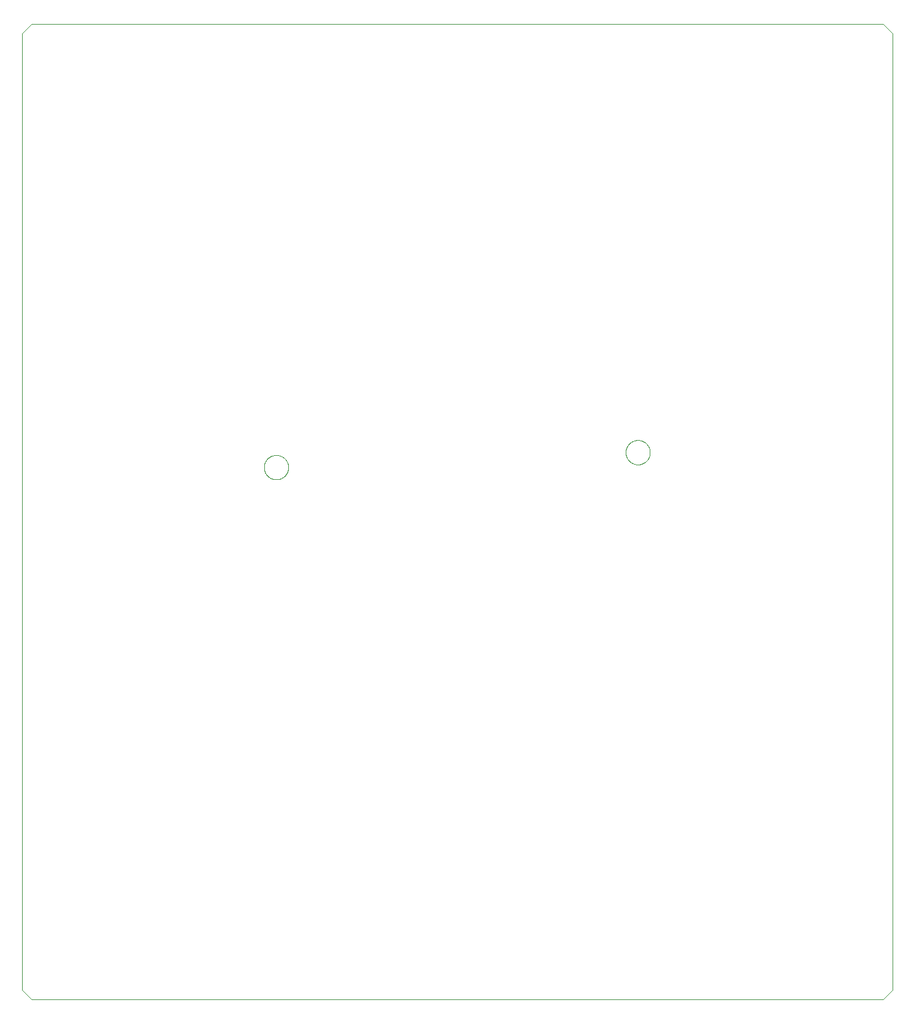
<source format=gko>
G75*
%MOIN*%
%OFA0B0*%
%FSLAX25Y25*%
%IPPOS*%
%LPD*%
%AMOC8*
5,1,8,0,0,1.08239X$1,22.5*
%
%ADD10C,0.00000*%
D10*
X0171500Y0121500D02*
X0176500Y0116500D01*
X0626500Y0116500D01*
X0631500Y0121500D01*
X0631500Y0626500D01*
X0626500Y0631500D01*
X0176500Y0631500D01*
X0171500Y0626500D01*
X0171500Y0121500D01*
X0299516Y0397563D02*
X0299518Y0397723D01*
X0299524Y0397883D01*
X0299534Y0398043D01*
X0299548Y0398203D01*
X0299566Y0398362D01*
X0299588Y0398521D01*
X0299614Y0398679D01*
X0299643Y0398836D01*
X0299677Y0398993D01*
X0299715Y0399148D01*
X0299756Y0399303D01*
X0299801Y0399457D01*
X0299851Y0399609D01*
X0299903Y0399760D01*
X0299960Y0399910D01*
X0300021Y0400059D01*
X0300085Y0400206D01*
X0300152Y0400351D01*
X0300224Y0400494D01*
X0300298Y0400636D01*
X0300377Y0400776D01*
X0300459Y0400913D01*
X0300544Y0401049D01*
X0300632Y0401182D01*
X0300724Y0401314D01*
X0300819Y0401442D01*
X0300918Y0401569D01*
X0301019Y0401693D01*
X0301124Y0401814D01*
X0301231Y0401933D01*
X0301342Y0402049D01*
X0301455Y0402162D01*
X0301571Y0402273D01*
X0301690Y0402380D01*
X0301811Y0402485D01*
X0301935Y0402586D01*
X0302062Y0402685D01*
X0302190Y0402780D01*
X0302322Y0402872D01*
X0302455Y0402960D01*
X0302591Y0403045D01*
X0302729Y0403127D01*
X0302868Y0403206D01*
X0303010Y0403280D01*
X0303153Y0403352D01*
X0303298Y0403419D01*
X0303445Y0403483D01*
X0303594Y0403544D01*
X0303744Y0403601D01*
X0303895Y0403653D01*
X0304047Y0403703D01*
X0304201Y0403748D01*
X0304356Y0403789D01*
X0304511Y0403827D01*
X0304668Y0403861D01*
X0304825Y0403890D01*
X0304983Y0403916D01*
X0305142Y0403938D01*
X0305301Y0403956D01*
X0305461Y0403970D01*
X0305621Y0403980D01*
X0305781Y0403986D01*
X0305941Y0403988D01*
X0306101Y0403986D01*
X0306261Y0403980D01*
X0306421Y0403970D01*
X0306581Y0403956D01*
X0306740Y0403938D01*
X0306899Y0403916D01*
X0307057Y0403890D01*
X0307214Y0403861D01*
X0307371Y0403827D01*
X0307526Y0403789D01*
X0307681Y0403748D01*
X0307835Y0403703D01*
X0307987Y0403653D01*
X0308138Y0403601D01*
X0308288Y0403544D01*
X0308437Y0403483D01*
X0308584Y0403419D01*
X0308729Y0403352D01*
X0308872Y0403280D01*
X0309014Y0403206D01*
X0309154Y0403127D01*
X0309291Y0403045D01*
X0309427Y0402960D01*
X0309560Y0402872D01*
X0309692Y0402780D01*
X0309820Y0402685D01*
X0309947Y0402586D01*
X0310071Y0402485D01*
X0310192Y0402380D01*
X0310311Y0402273D01*
X0310427Y0402162D01*
X0310540Y0402049D01*
X0310651Y0401933D01*
X0310758Y0401814D01*
X0310863Y0401693D01*
X0310964Y0401569D01*
X0311063Y0401442D01*
X0311158Y0401314D01*
X0311250Y0401182D01*
X0311338Y0401049D01*
X0311423Y0400913D01*
X0311505Y0400775D01*
X0311584Y0400636D01*
X0311658Y0400494D01*
X0311730Y0400351D01*
X0311797Y0400206D01*
X0311861Y0400059D01*
X0311922Y0399910D01*
X0311979Y0399760D01*
X0312031Y0399609D01*
X0312081Y0399457D01*
X0312126Y0399303D01*
X0312167Y0399148D01*
X0312205Y0398993D01*
X0312239Y0398836D01*
X0312268Y0398679D01*
X0312294Y0398521D01*
X0312316Y0398362D01*
X0312334Y0398203D01*
X0312348Y0398043D01*
X0312358Y0397883D01*
X0312364Y0397723D01*
X0312366Y0397563D01*
X0312364Y0397403D01*
X0312358Y0397243D01*
X0312348Y0397083D01*
X0312334Y0396923D01*
X0312316Y0396764D01*
X0312294Y0396605D01*
X0312268Y0396447D01*
X0312239Y0396290D01*
X0312205Y0396133D01*
X0312167Y0395978D01*
X0312126Y0395823D01*
X0312081Y0395669D01*
X0312031Y0395517D01*
X0311979Y0395366D01*
X0311922Y0395216D01*
X0311861Y0395067D01*
X0311797Y0394920D01*
X0311730Y0394775D01*
X0311658Y0394632D01*
X0311584Y0394490D01*
X0311505Y0394350D01*
X0311423Y0394213D01*
X0311338Y0394077D01*
X0311250Y0393944D01*
X0311158Y0393812D01*
X0311063Y0393684D01*
X0310964Y0393557D01*
X0310863Y0393433D01*
X0310758Y0393312D01*
X0310651Y0393193D01*
X0310540Y0393077D01*
X0310427Y0392964D01*
X0310311Y0392853D01*
X0310192Y0392746D01*
X0310071Y0392641D01*
X0309947Y0392540D01*
X0309820Y0392441D01*
X0309692Y0392346D01*
X0309560Y0392254D01*
X0309427Y0392166D01*
X0309291Y0392081D01*
X0309153Y0391999D01*
X0309014Y0391920D01*
X0308872Y0391846D01*
X0308729Y0391774D01*
X0308584Y0391707D01*
X0308437Y0391643D01*
X0308288Y0391582D01*
X0308138Y0391525D01*
X0307987Y0391473D01*
X0307835Y0391423D01*
X0307681Y0391378D01*
X0307526Y0391337D01*
X0307371Y0391299D01*
X0307214Y0391265D01*
X0307057Y0391236D01*
X0306899Y0391210D01*
X0306740Y0391188D01*
X0306581Y0391170D01*
X0306421Y0391156D01*
X0306261Y0391146D01*
X0306101Y0391140D01*
X0305941Y0391138D01*
X0305781Y0391140D01*
X0305621Y0391146D01*
X0305461Y0391156D01*
X0305301Y0391170D01*
X0305142Y0391188D01*
X0304983Y0391210D01*
X0304825Y0391236D01*
X0304668Y0391265D01*
X0304511Y0391299D01*
X0304356Y0391337D01*
X0304201Y0391378D01*
X0304047Y0391423D01*
X0303895Y0391473D01*
X0303744Y0391525D01*
X0303594Y0391582D01*
X0303445Y0391643D01*
X0303298Y0391707D01*
X0303153Y0391774D01*
X0303010Y0391846D01*
X0302868Y0391920D01*
X0302728Y0391999D01*
X0302591Y0392081D01*
X0302455Y0392166D01*
X0302322Y0392254D01*
X0302190Y0392346D01*
X0302062Y0392441D01*
X0301935Y0392540D01*
X0301811Y0392641D01*
X0301690Y0392746D01*
X0301571Y0392853D01*
X0301455Y0392964D01*
X0301342Y0393077D01*
X0301231Y0393193D01*
X0301124Y0393312D01*
X0301019Y0393433D01*
X0300918Y0393557D01*
X0300819Y0393684D01*
X0300724Y0393812D01*
X0300632Y0393944D01*
X0300544Y0394077D01*
X0300459Y0394213D01*
X0300377Y0394351D01*
X0300298Y0394490D01*
X0300224Y0394632D01*
X0300152Y0394775D01*
X0300085Y0394920D01*
X0300021Y0395067D01*
X0299960Y0395216D01*
X0299903Y0395366D01*
X0299851Y0395517D01*
X0299801Y0395669D01*
X0299756Y0395823D01*
X0299715Y0395978D01*
X0299677Y0396133D01*
X0299643Y0396290D01*
X0299614Y0396447D01*
X0299588Y0396605D01*
X0299566Y0396764D01*
X0299548Y0396923D01*
X0299534Y0397083D01*
X0299524Y0397243D01*
X0299518Y0397403D01*
X0299516Y0397563D01*
X0490634Y0405437D02*
X0490636Y0405597D01*
X0490642Y0405757D01*
X0490652Y0405917D01*
X0490666Y0406077D01*
X0490684Y0406236D01*
X0490706Y0406395D01*
X0490732Y0406553D01*
X0490761Y0406710D01*
X0490795Y0406867D01*
X0490833Y0407022D01*
X0490874Y0407177D01*
X0490919Y0407331D01*
X0490969Y0407483D01*
X0491021Y0407634D01*
X0491078Y0407784D01*
X0491139Y0407933D01*
X0491203Y0408080D01*
X0491270Y0408225D01*
X0491342Y0408368D01*
X0491416Y0408510D01*
X0491495Y0408650D01*
X0491577Y0408787D01*
X0491662Y0408923D01*
X0491750Y0409056D01*
X0491842Y0409188D01*
X0491937Y0409316D01*
X0492036Y0409443D01*
X0492137Y0409567D01*
X0492242Y0409688D01*
X0492349Y0409807D01*
X0492460Y0409923D01*
X0492573Y0410036D01*
X0492689Y0410147D01*
X0492808Y0410254D01*
X0492929Y0410359D01*
X0493053Y0410460D01*
X0493180Y0410559D01*
X0493308Y0410654D01*
X0493440Y0410746D01*
X0493573Y0410834D01*
X0493709Y0410919D01*
X0493847Y0411001D01*
X0493986Y0411080D01*
X0494128Y0411154D01*
X0494271Y0411226D01*
X0494416Y0411293D01*
X0494563Y0411357D01*
X0494712Y0411418D01*
X0494862Y0411475D01*
X0495013Y0411527D01*
X0495165Y0411577D01*
X0495319Y0411622D01*
X0495474Y0411663D01*
X0495629Y0411701D01*
X0495786Y0411735D01*
X0495943Y0411764D01*
X0496101Y0411790D01*
X0496260Y0411812D01*
X0496419Y0411830D01*
X0496579Y0411844D01*
X0496739Y0411854D01*
X0496899Y0411860D01*
X0497059Y0411862D01*
X0497219Y0411860D01*
X0497379Y0411854D01*
X0497539Y0411844D01*
X0497699Y0411830D01*
X0497858Y0411812D01*
X0498017Y0411790D01*
X0498175Y0411764D01*
X0498332Y0411735D01*
X0498489Y0411701D01*
X0498644Y0411663D01*
X0498799Y0411622D01*
X0498953Y0411577D01*
X0499105Y0411527D01*
X0499256Y0411475D01*
X0499406Y0411418D01*
X0499555Y0411357D01*
X0499702Y0411293D01*
X0499847Y0411226D01*
X0499990Y0411154D01*
X0500132Y0411080D01*
X0500272Y0411001D01*
X0500409Y0410919D01*
X0500545Y0410834D01*
X0500678Y0410746D01*
X0500810Y0410654D01*
X0500938Y0410559D01*
X0501065Y0410460D01*
X0501189Y0410359D01*
X0501310Y0410254D01*
X0501429Y0410147D01*
X0501545Y0410036D01*
X0501658Y0409923D01*
X0501769Y0409807D01*
X0501876Y0409688D01*
X0501981Y0409567D01*
X0502082Y0409443D01*
X0502181Y0409316D01*
X0502276Y0409188D01*
X0502368Y0409056D01*
X0502456Y0408923D01*
X0502541Y0408787D01*
X0502623Y0408649D01*
X0502702Y0408510D01*
X0502776Y0408368D01*
X0502848Y0408225D01*
X0502915Y0408080D01*
X0502979Y0407933D01*
X0503040Y0407784D01*
X0503097Y0407634D01*
X0503149Y0407483D01*
X0503199Y0407331D01*
X0503244Y0407177D01*
X0503285Y0407022D01*
X0503323Y0406867D01*
X0503357Y0406710D01*
X0503386Y0406553D01*
X0503412Y0406395D01*
X0503434Y0406236D01*
X0503452Y0406077D01*
X0503466Y0405917D01*
X0503476Y0405757D01*
X0503482Y0405597D01*
X0503484Y0405437D01*
X0503482Y0405277D01*
X0503476Y0405117D01*
X0503466Y0404957D01*
X0503452Y0404797D01*
X0503434Y0404638D01*
X0503412Y0404479D01*
X0503386Y0404321D01*
X0503357Y0404164D01*
X0503323Y0404007D01*
X0503285Y0403852D01*
X0503244Y0403697D01*
X0503199Y0403543D01*
X0503149Y0403391D01*
X0503097Y0403240D01*
X0503040Y0403090D01*
X0502979Y0402941D01*
X0502915Y0402794D01*
X0502848Y0402649D01*
X0502776Y0402506D01*
X0502702Y0402364D01*
X0502623Y0402224D01*
X0502541Y0402087D01*
X0502456Y0401951D01*
X0502368Y0401818D01*
X0502276Y0401686D01*
X0502181Y0401558D01*
X0502082Y0401431D01*
X0501981Y0401307D01*
X0501876Y0401186D01*
X0501769Y0401067D01*
X0501658Y0400951D01*
X0501545Y0400838D01*
X0501429Y0400727D01*
X0501310Y0400620D01*
X0501189Y0400515D01*
X0501065Y0400414D01*
X0500938Y0400315D01*
X0500810Y0400220D01*
X0500678Y0400128D01*
X0500545Y0400040D01*
X0500409Y0399955D01*
X0500271Y0399873D01*
X0500132Y0399794D01*
X0499990Y0399720D01*
X0499847Y0399648D01*
X0499702Y0399581D01*
X0499555Y0399517D01*
X0499406Y0399456D01*
X0499256Y0399399D01*
X0499105Y0399347D01*
X0498953Y0399297D01*
X0498799Y0399252D01*
X0498644Y0399211D01*
X0498489Y0399173D01*
X0498332Y0399139D01*
X0498175Y0399110D01*
X0498017Y0399084D01*
X0497858Y0399062D01*
X0497699Y0399044D01*
X0497539Y0399030D01*
X0497379Y0399020D01*
X0497219Y0399014D01*
X0497059Y0399012D01*
X0496899Y0399014D01*
X0496739Y0399020D01*
X0496579Y0399030D01*
X0496419Y0399044D01*
X0496260Y0399062D01*
X0496101Y0399084D01*
X0495943Y0399110D01*
X0495786Y0399139D01*
X0495629Y0399173D01*
X0495474Y0399211D01*
X0495319Y0399252D01*
X0495165Y0399297D01*
X0495013Y0399347D01*
X0494862Y0399399D01*
X0494712Y0399456D01*
X0494563Y0399517D01*
X0494416Y0399581D01*
X0494271Y0399648D01*
X0494128Y0399720D01*
X0493986Y0399794D01*
X0493846Y0399873D01*
X0493709Y0399955D01*
X0493573Y0400040D01*
X0493440Y0400128D01*
X0493308Y0400220D01*
X0493180Y0400315D01*
X0493053Y0400414D01*
X0492929Y0400515D01*
X0492808Y0400620D01*
X0492689Y0400727D01*
X0492573Y0400838D01*
X0492460Y0400951D01*
X0492349Y0401067D01*
X0492242Y0401186D01*
X0492137Y0401307D01*
X0492036Y0401431D01*
X0491937Y0401558D01*
X0491842Y0401686D01*
X0491750Y0401818D01*
X0491662Y0401951D01*
X0491577Y0402087D01*
X0491495Y0402225D01*
X0491416Y0402364D01*
X0491342Y0402506D01*
X0491270Y0402649D01*
X0491203Y0402794D01*
X0491139Y0402941D01*
X0491078Y0403090D01*
X0491021Y0403240D01*
X0490969Y0403391D01*
X0490919Y0403543D01*
X0490874Y0403697D01*
X0490833Y0403852D01*
X0490795Y0404007D01*
X0490761Y0404164D01*
X0490732Y0404321D01*
X0490706Y0404479D01*
X0490684Y0404638D01*
X0490666Y0404797D01*
X0490652Y0404957D01*
X0490642Y0405117D01*
X0490636Y0405277D01*
X0490634Y0405437D01*
M02*

</source>
